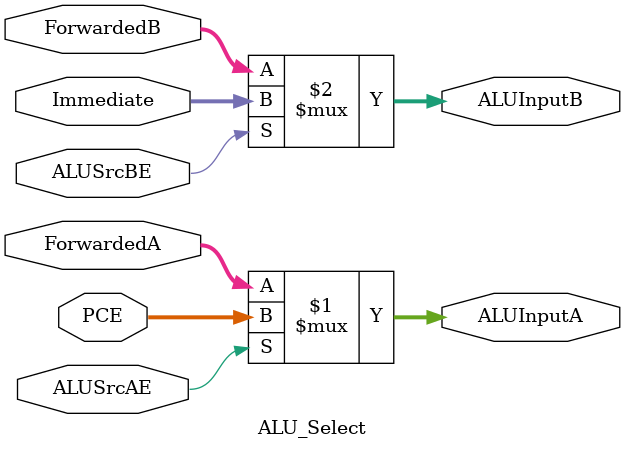
<source format=v>
`timescale 1ns/1ps

module ALU_Select (
    input  [31:0] PCE,        // Program Counter (Used for ALU A)
    input  [31:0] ForwardedA, // Forwarded data for ALU A
    input  [31:0] Immediate,  // Immediate value (Used for ALU B)
    input  [31:0] ForwardedB, // Forwarded data for ALU B
    input  ALUSrcAE,  // Select signal for ALU A
    input  ALUSrcBE,  // Select signal for ALU B
    output [31:0] ALUInputA, // Output to ALU (A)
    output [31:0] ALUInputB  // Output to ALU (B)
);

    assign ALUInputA = ALUSrcAE ? PCE : ForwardedA;
    assign ALUInputB = ALUSrcBE ? Immediate : ForwardedB;

endmodule

</source>
